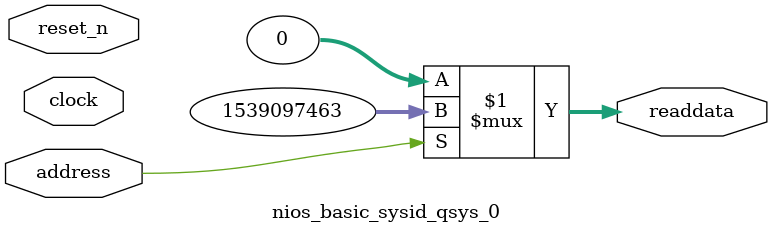
<source format=v>



// synthesis translate_off
`timescale 1ns / 1ps
// synthesis translate_on

// turn off superfluous verilog processor warnings 
// altera message_level Level1 
// altera message_off 10034 10035 10036 10037 10230 10240 10030 

module nios_basic_sysid_qsys_0 (
               // inputs:
                address,
                clock,
                reset_n,

               // outputs:
                readdata
             )
;

  output  [ 31: 0] readdata;
  input            address;
  input            clock;
  input            reset_n;

  wire    [ 31: 0] readdata;
  //control_slave, which is an e_avalon_slave
  assign readdata = address ? 1539097463 : 0;

endmodule



</source>
